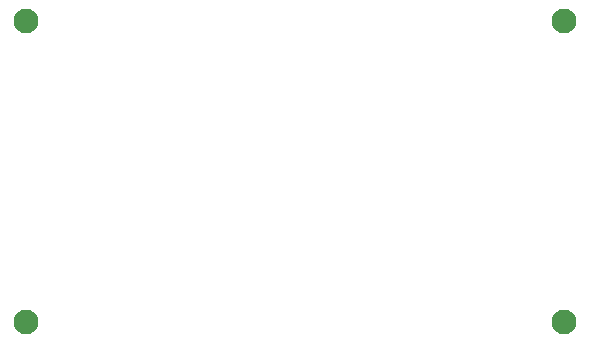
<source format=gbr>
%TF.GenerationSoftware,KiCad,Pcbnew,(6.0.1-0)*%
%TF.CreationDate,2022-02-08T18:29:04-07:00*%
%TF.ProjectId,MCU Datalogger,4d435520-4461-4746-916c-6f676765722e,1*%
%TF.SameCoordinates,Original*%
%TF.FileFunction,NonPlated,1,2,NPTH,Drill*%
%TF.FilePolarity,Positive*%
%FSLAX46Y46*%
G04 Gerber Fmt 4.6, Leading zero omitted, Abs format (unit mm)*
G04 Created by KiCad (PCBNEW (6.0.1-0)) date 2022-02-08 18:29:04*
%MOMM*%
%LPD*%
G01*
G04 APERTURE LIST*
%TA.AperFunction,ComponentDrill*%
%ADD10C,2.100000*%
%TD*%
G04 APERTURE END LIST*
D10*
%TO.C,H3*%
X80518000Y-78333600D03*
%TO.C,H4*%
X80518000Y-103809800D03*
%TO.C,H1*%
X126034800Y-78308200D03*
%TO.C,H2*%
X126034800Y-103860600D03*
M02*

</source>
